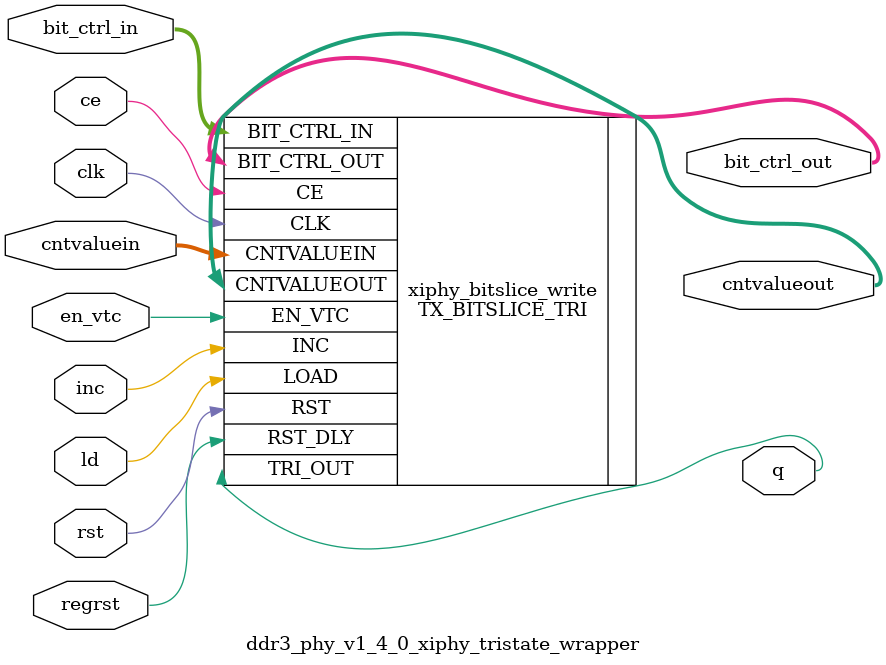
<source format=sv>

`timescale 1ps / 1ps

module ddr3_phy_v1_4_0_xiphy_tristate_wrapper #(

   parameter integer   DATA_WIDTH	= 8,           //8, 4, 1-bit interface 
   parameter           INIT             = 1'b0,        //Initial Oserdes value
   parameter           DELAY_TYPE       = "FIXED",     //FIXED, VAR_LOAD, VARIABLE type of ODELAY     
   parameter           DELAY_FORMAT     = "TIME",      //TIME (mc_fixed_dly_ratio = (2*9)*(1000000/REFCLK_FREQ/DELAY_VAL), COUNT (mc_fixed_delay_ratio={9'b0, DELAY_VAL})
   parameter           UPDATE_MODE      = "ASYNC",     //ASYNC (mc_le_manual=0,mc_le_async=1), SYNC(mc_le_manual=0,mc_le_sync=0), MANUAL (mc_le_manual=1,mc_le_async=0)
   parameter           DELAY_VAL        = 0,           //0 to 1250 ps
   parameter real      REFCLK_FREQ	= 300.0,       //300-2667 MHz
   parameter           OUTPUT_PHASE_90  = "FALSE",      //Delay DQ phase by 90 wrt write DQS
   parameter           NATIVE_ODELAY_BYPASS  = "FALSE",     //Delay DQ phase by 90 wrt write DQS
   parameter           SIM_DEVICE            = "ULTRASCALE"
) (
  input          ce,                 // odelay ce
  input          clk,                // odelay clk
  input          inc,                // odelay inc
  input          ld,                 // odelay ld
  input  [8:0]   cntvaluein,         // odelay 
  output [8:0]   cntvalueout,        // odelay cntvalueout
  output         q,                  // TX q output
  input          regrst,             // odelay reset
  input          rst,                // oserdes reset
  input          en_vtc,             // odelay en_vtc
  //Ribbon cable input bus from bitslice control 
//  input  [3:0]   nib_ctrl_in,        // {ddr_clk, div2_clk, div4_clk, ctrl_clk}  

  //Ribbon cable per-bit input bus from bitslice control 
  input  [39:0]  bit_ctrl_in,
  // {div4_clk, div2_clk, ddr_clk, force_oe_b, d[7:0], ctl2bs_tx_ddr_phase_sel, tx_bs_reset, tx_mux_360_p_sel, tx_mux_360_n_sel, tx_mux_720_p0_sel, tx_mux_720_p1_sel, tx_mux_720_p2_sel, tx_mux_720_p3_sel, 
  //toggle_div2_sel, ctl2bs_dynamic_mode_en, ctrl_ce, ctrl_inc, ctrl_ld, ctrl_dly[8:0], ctrl_clk}  

  //Ribbon cable per-bit output bus to bitslice control 
  //{bs2ctl_tx_ddr_phase_sel, vtc_ready, cntvalueout[8:0]}         
//  input  [10:0]  bit_ctrl_out 
  output  [39:0]  bit_ctrl_out

);

`ifdef ULTRASCALE_PHY_BLH
B_TX_BITSLICE_TRI #(
`else
TX_BITSLICE_TRI #(
`endif
   .DATA_WIDTH              (DATA_WIDTH),       //8, 2, 1
   .DELAY_FORMAT            (DELAY_FORMAT),     //TIME, COUNT
   .UPDATE_MODE             (UPDATE_MODE),      //SYNC, ASYNC, MANUAL 
   .INIT	                (INIT),             //Initial Oserdes value             
   .DELAY_TYPE   	        (DELAY_TYPE),       //FIXED, VAR_LOAD, VARIABLE
   .DELAY_VALUE	            (DELAY_VAL),        //0 to 1250 ps
   .REFCLK_FREQUENCY	    (REFCLK_FREQ),      //300-2667
   .OUTPUT_PHASE_90	        (OUTPUT_PHASE_90),   //delay output phase by 90
`ifndef ULTRASCALE_PHY_BLH
   .SIM_DEVICE              (SIM_DEVICE),
`endif
   .NATIVE_ODELAY_BYPASS    (NATIVE_ODELAY_BYPASS)
) 
xiphy_bitslice_write
(
   .CE                      (ce),
   .CLK                     (clk),
   .INC                     (inc),
   .LOAD                    (ld),
   .CNTVALUEIN              (cntvaluein),
   .CNTVALUEOUT             (cntvalueout),
   .TRI_OUT                 (q),
   .RST_DLY                 (regrst),
   .RST                     (rst),
   .EN_VTC                  (en_vtc),
 //  .NIB_CTRL_IN             (nib_ctrl_in),
   .BIT_CTRL_IN             (bit_ctrl_in),
   .BIT_CTRL_OUT            (bit_ctrl_out)
);

endmodule


</source>
